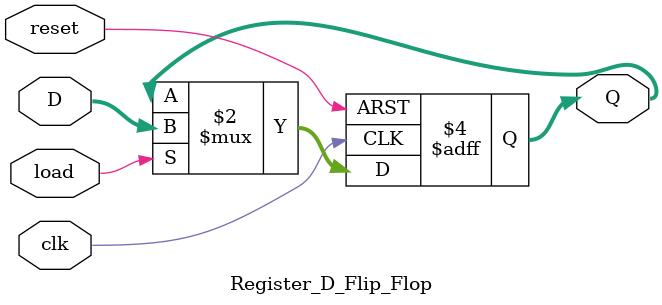
<source format=v>
module Register_D_Flip_Flop(clk, reset, load, D, Q);
	parameter WIDTH = 8;
	input clk, reset, load;
	input [WIDTH - 1 : 0]D;
	output reg [WIDTH - 1 : 0]Q;

always @(posedge clk, posedge reset)begin
   if(reset)
      Q <= 0;
   else begin
      if(load)
         Q <= D;
   end
end

endmodule

</source>
